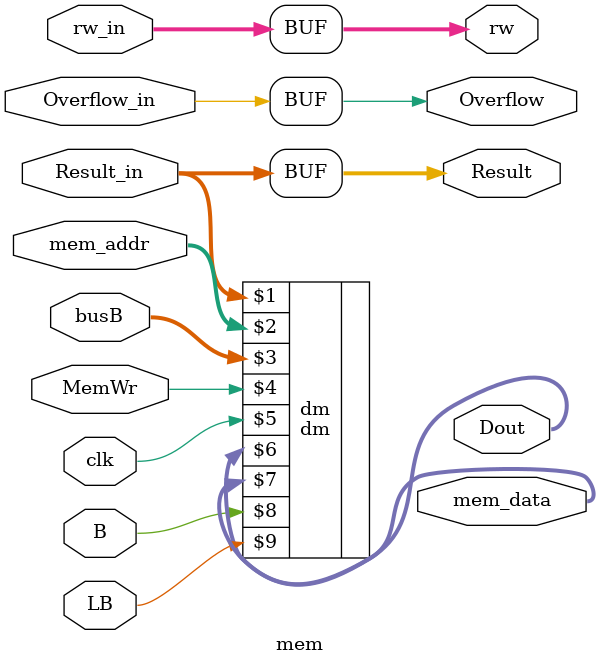
<source format=v>
module mem(
		input clk,
		input MemWr,
		input Overflow_in,
		input B,
		input LB,
		input[4:0] rw_in,
		input[31:0] mem_addr,
		input[31:0] Result_in,
		input[31:0] busB,
		
		output[31:0] Dout,
		output[31:0] Result,
		output[31:0] mem_data,
		output[4:0] rw,
		output Overflow
    );
	

	dm dm(Result, mem_addr, busB, MemWr, clk, Dout, mem_data, B, LB);
	
	assign Result = Result_in;
	assign Overflow = Overflow_in;
	assign rw = rw_in;

endmodule

</source>
